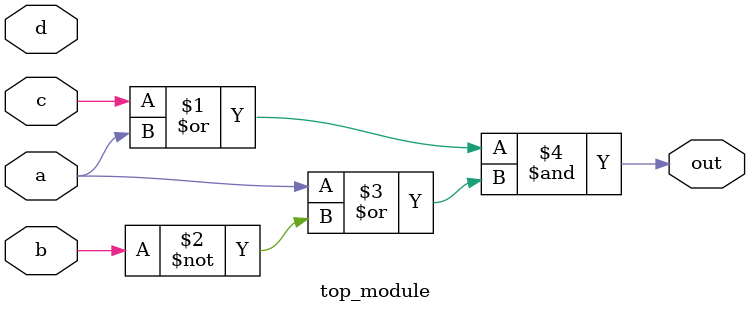
<source format=v>
module top_module(
    input a,
    input b,
    input c,
    input d,
    output out  ); 

    // assign out = a | (c & ~b);//SOP expression
    assign out = ( c | a ) & ( a | ~b );// POS expression
endmodule

</source>
